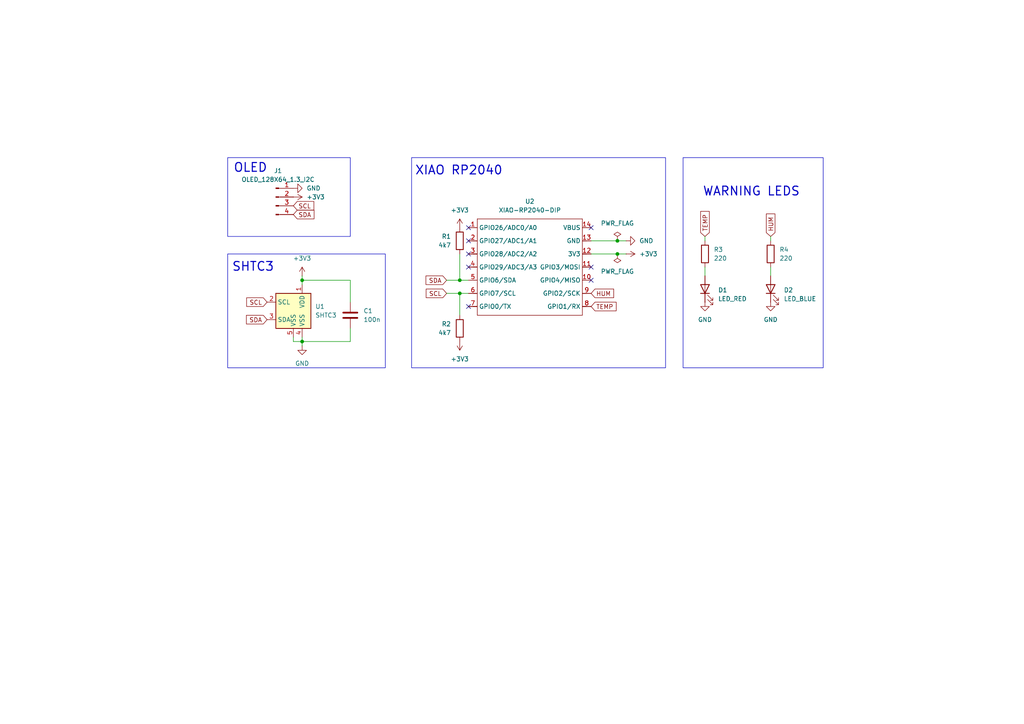
<source format=kicad_sch>
(kicad_sch (version 20231120) (generator "eeschema") (generator_version "8.0")
  (paper "A4")
  (lib_symbols
    (symbol "Connector:Conn_01x04_Pin" (pin_names (offset 1.016) hide)
      (property "Reference" "J" (at 0 5.08 0))
      (property "Value" "Conn_01x04_Pin" (at 0 -7.62 0))
      (symbol "Conn_01x04_Pin_1_1"
        (polyline (pts (xy 1.27 -5.08) (xy 0.8636 -5.08)) (stroke (width 0.1524)))
        (polyline (pts (xy 1.27 -2.54) (xy 0.8636 -2.54)) (stroke (width 0.1524)))
        (polyline (pts (xy 1.27 0) (xy 0.8636 0)) (stroke (width 0.1524)))
        (polyline (pts (xy 1.27 2.54) (xy 0.8636 2.54)) (stroke (width 0.1524)))
        (rectangle (start 0.8636 -4.953) (end 0 -5.207) (stroke (width 0.1524)) (fill (type outline)))
        (rectangle (start 0.8636 -2.413) (end 0 -2.667) (stroke (width 0.1524)) (fill (type outline)))
        (rectangle (start 0.8636 0.127) (end 0 -0.127) (stroke (width 0.1524)) (fill (type outline)))
        (rectangle (start 0.8636 2.667) (end 0 2.413) (stroke (width 0.1524)) (fill (type outline)))
        (pin passive line (at 5.08 2.54 180) (length 3.81) (name "Pin_1") (number "1"))
        (pin passive line (at 5.08 0 180) (length 3.81) (name "Pin_2") (number "2"))
        (pin passive line (at 5.08 -2.54 180) (length 3.81) (name "Pin_3") (number "3"))
        (pin passive line (at 5.08 -5.08 180) (length 3.81) (name "Pin_4") (number "4"))
      )
    )
    (symbol "Device:C" (pin_numbers hide) (pin_names (offset 0.254))
      (property "Reference" "C" (at 0.635 2.54 0))
      (property "Value" "C" (at 0.635 -2.54 0))
      (symbol "C_0_1"
        (polyline (pts (xy -2.032 -0.762) (xy 2.032 -0.762)) (stroke (width 0.508)))
        (polyline (pts (xy -2.032 0.762) (xy 2.032 0.762)) (stroke (width 0.508)))
      )
      (symbol "C_1_1"
        (pin passive line (at 0 3.81 270) (length 2.794) (name "~") (number "1"))
        (pin passive line (at 0 -3.81 90) (length 2.794) (name "~") (number "2"))
      )
    )
    (symbol "Device:LED" (pin_numbers hide) (pin_names (offset 1.016) hide)
      (property "Reference" "D" (at 0 2.54 0))
      (property "Value" "LED" (at 0 -2.54 0))
      (symbol "LED_0_1"
        (polyline (pts (xy -1.27 -1.27) (xy -1.27 1.27)) (stroke (width 0.254)))
        (polyline (pts (xy -1.27 0) (xy 1.27 0)))
        (polyline (pts (xy 1.27 -1.27) (xy 1.27 1.27) (xy -1.27 0) (xy 1.27 -1.27)) (stroke (width 0.254)))
        (polyline (pts (xy -3.048 -0.762) (xy -4.572 -2.286) (xy -3.81 -2.286) (xy -4.572 -2.286) (xy -4.572 -1.524)))
        (polyline (pts (xy -1.778 -0.762) (xy -3.302 -2.286) (xy -2.54 -2.286) (xy -3.302 -2.286) (xy -3.302 -1.524)))
      )
      (symbol "LED_1_1"
        (pin passive line (at -3.81 0 0) (length 2.54) (name "K") (number "1"))
        (pin passive line (at 3.81 0 180) (length 2.54) (name "A") (number "2"))
      )
    )
    (symbol "Device:R" (pin_numbers hide) (pin_names (offset 0))
      (property "Reference" "R" (at 2.032 0 90))
      (property "Value" "R" (at 0 0 90))
      (symbol "R_0_1"
        (rectangle (start -1.016 -2.54) (end 1.016 2.54) (stroke (width 0.254)))
      )
      (symbol "R_1_1"
        (pin passive line (at 0 3.81 270) (length 1.27) (name "~") (number "1"))
        (pin passive line (at 0 -3.81 90) (length 1.27) (name "~") (number "2"))
      )
    )
    (symbol "Sensor_Humidity:SHTC3"
      (property "Reference" "U1" (at 6.35 1.2701 0))
      (property "Value" "SHTC3" (at 6.35 -1.2699 0))
      (symbol "SHTC3_1_1"
        (rectangle (start -5.08 5.08) (end 5.08 -5.08) (stroke (width 0.254)) (fill (type background)))
        (pin power_in line (at 2.54 7.62 270) (length 2.54) (name "VDD") (number "1"))
        (pin input line (at -7.62 2.54 0) (length 2.54) (name "SCL") (number "2"))
        (pin bidirectional line (at -7.62 -2.54 0) (length 2.54) (name "SDA") (number "3"))
        (pin power_in line (at 2.54 -7.62 90) (length 2.54) (name "VSS") (number "4"))
        (pin no_connect line (at 5.08 0 180) (length 2.54) hide (name "NC") (number "5"))
        (pin power_in line (at 0 -7.62 90) (length 2.54) (name "VSS") (number "5"))
      )
    )
    (symbol "XIAO:XIAO-RP2040-DIP"
      (property "Reference" "U" (at 0 0 0))
      (property "Value" "XIAO-RP2040-DIP" (at 5.334 -1.778 0))
      (symbol "XIAO-RP2040-DIP_1_0"
        (polyline (pts (xy -1.27 -30.48) (xy -1.27 -16.51)) (stroke (width 0.1524)))
        (polyline (pts (xy -1.27 -27.94) (xy -2.54 -27.94)) (stroke (width 0.1524)))
        (polyline (pts (xy -1.27 -24.13) (xy -2.54 -24.13)) (stroke (width 0.1524)))
        (polyline (pts (xy -1.27 -20.32) (xy -2.54 -20.32)) (stroke (width 0.1524)))
        (polyline (pts (xy -1.27 -16.51) (xy -2.54 -16.51)) (stroke (width 0.1524)))
        (polyline (pts (xy -1.27 -16.51) (xy -1.27 -12.7)) (stroke (width 0.1524)))
        (polyline (pts (xy -1.27 -12.7) (xy -2.54 -12.7)) (stroke (width 0.1524)))
        (polyline (pts (xy -1.27 -12.7) (xy -1.27 -8.89)) (stroke (width 0.1524)))
        (polyline (pts (xy -1.27 -8.89) (xy -2.54 -8.89)) (stroke (width 0.1524)))
        (polyline (pts (xy -1.27 -8.89) (xy -1.27 -5.08)) (stroke (width 0.1524)))
        (polyline (pts (xy -1.27 -5.08) (xy -2.54 -5.08)) (stroke (width 0.1524)))
        (polyline (pts (xy -1.27 -5.08) (xy -1.27 -2.54)) (stroke (width 0.1524)))
        (polyline (pts (xy -1.27 -2.54) (xy 29.21 -2.54)) (stroke (width 0.1524)))
        (polyline (pts (xy 29.21 -30.48) (xy -1.27 -30.48)) (stroke (width 0.1524)))
        (polyline (pts (xy 29.21 -12.7) (xy 29.21 -30.48)) (stroke (width 0.1524)))
        (polyline (pts (xy 29.21 -8.89) (xy 29.21 -12.7)) (stroke (width 0.1524)))
        (polyline (pts (xy 29.21 -5.08) (xy 29.21 -8.89)) (stroke (width 0.1524)))
        (polyline (pts (xy 29.21 -2.54) (xy 29.21 -5.08)) (stroke (width 0.1524)))
        (polyline (pts (xy 30.48 -27.94) (xy 29.21 -27.94)) (stroke (width 0.1524)))
        (polyline (pts (xy 30.48 -24.13) (xy 29.21 -24.13)) (stroke (width 0.1524)))
        (polyline (pts (xy 30.48 -20.32) (xy 29.21 -20.32)) (stroke (width 0.1524)))
        (polyline (pts (xy 30.48 -16.51) (xy 29.21 -16.51)) (stroke (width 0.1524)))
        (polyline (pts (xy 30.48 -12.7) (xy 29.21 -12.7)) (stroke (width 0.1524)))
        (polyline (pts (xy 30.48 -8.89) (xy 29.21 -8.89)) (stroke (width 0.1524)))
        (polyline (pts (xy 30.48 -5.08) (xy 29.21 -5.08)) (stroke (width 0.1524)))
        (pin passive line (at -3.81 -5.08 0) (length 2.54) (name "GPIO26/ADC0/A0") (number "1"))
        (pin passive line (at 31.75 -20.32 180) (length 2.54) (name "GPIO4/MISO") (number "10"))
        (pin passive line (at 31.75 -16.51 180) (length 2.54) (name "GPIO3/MOSI") (number "11"))
        (pin passive line (at 31.75 -12.7 180) (length 2.54) (name "3V3") (number "12"))
        (pin passive line (at 31.75 -8.89 180) (length 2.54) (name "GND") (number "13"))
        (pin passive line (at 31.75 -5.08 180) (length 2.54) (name "VBUS") (number "14"))
        (pin passive line (at -3.81 -8.89 0) (length 2.54) (name "GPIO27/ADC1/A1") (number "2"))
        (pin passive line (at -3.81 -12.7 0) (length 2.54) (name "GPIO28/ADC2/A2") (number "3"))
        (pin passive line (at -3.81 -16.51 0) (length 2.54) (name "GPIO29/ADC3/A3") (number "4"))
        (pin passive line (at -3.81 -20.32 0) (length 2.54) (name "GPIO6/SDA") (number "5"))
        (pin passive line (at -3.81 -24.13 0) (length 2.54) (name "GPIO7/SCL") (number "6"))
        (pin passive line (at -3.81 -27.94 0) (length 2.54) (name "GPIO0/TX") (number "7"))
        (pin passive line (at 31.75 -27.94 180) (length 2.54) (name "GPIO1/RX") (number "8"))
        (pin passive line (at 31.75 -24.13 180) (length 2.54) (name "GPIO2/SCK") (number "9"))
      )
    )
    (symbol "power:+3V3" (power) (pin_numbers hide) (pin_names (offset 0) hide)
      (property "Value" "+3V3" (at 0 3.556 0))
      (symbol "+3V3_0_1"
        (polyline (pts (xy -0.762 1.27) (xy 0 2.54)))
        (polyline (pts (xy 0 0) (xy 0 2.54)))
        (polyline (pts (xy 0 2.54) (xy 0.762 1.27)))
      )
      (symbol "+3V3_1_1"
        (pin power_in line (at 0 0 90) (length 0) (name "~") (number "1"))
      )
    )
    (symbol "power:GND" (power) (pin_numbers hide) (pin_names (offset 0) hide)
      (property "Value" "GND" (at 0 -3.81 0))
      (symbol "GND_0_1"
        (polyline (pts (xy 0 0) (xy 0 -1.27) (xy 1.27 -1.27) (xy 0 -2.54) (xy -1.27 -1.27) (xy 0 -1.27)))
      )
      (symbol "GND_1_1"
        (pin power_in line (at 0 0 270) (length 0) (name "~") (number "1"))
      )
    )
    (symbol "power:PWR_FLAG" (power) (pin_numbers hide) (pin_names (offset 0) hide)
      (property "Value" "PWR_FLAG" (at 0 3.81 0))
      (symbol "PWR_FLAG_0_0"
        (pin power_out line (at 0 0 90) (length 0) (name "~") (number "1"))
      )
      (symbol "PWR_FLAG_0_1"
        (polyline (pts (xy 0 0) (xy 0 1.27) (xy -1.016 1.905) (xy 0 2.54) (xy 1.016 1.905) (xy 0 1.27)))
      )
    )
  )
  (junction (at 179.07 69.85))
  (junction (at 133.35 85.09))
  (junction (at 87.63 99.06))
  (junction (at 87.63 81.28))
  (junction (at 179.07 73.66))
  (junction (at 133.35 81.28))
  (no_connect (at 135.89 73.66))
  (no_connect (at 171.45 77.47))
  (no_connect (at 135.89 88.9))
  (no_connect (at 171.45 81.28))
  (no_connect (at 171.45 66.04))
  (no_connect (at 135.89 69.85))
  (no_connect (at 135.89 77.47))
  (no_connect (at 135.89 66.04))
  (wire (pts (xy 204.47 77.47) (xy 204.47 80.01)))
  (wire (pts (xy 87.63 99.06) (xy 87.63 100.33)))
  (wire (pts (xy 87.63 80.01) (xy 87.63 81.28)))
  (wire (pts (xy 204.47 68.58) (xy 204.47 69.85)))
  (wire (pts (xy 85.09 99.06) (xy 87.63 99.06)))
  (wire (pts (xy 223.52 68.58) (xy 223.52 69.85)))
  (wire (pts (xy 87.63 97.79) (xy 87.63 99.06)))
  (wire (pts (xy 85.09 97.79) (xy 85.09 99.06)))
  (wire (pts (xy 133.35 81.28) (xy 135.89 81.28)))
  (wire (pts (xy 101.6 95.25) (xy 101.6 99.06)))
  (wire (pts (xy 87.63 81.28) (xy 101.6 81.28)))
  (wire (pts (xy 129.54 85.09) (xy 133.35 85.09)))
  (wire (pts (xy 133.35 91.44) (xy 133.35 85.09)))
  (wire (pts (xy 101.6 99.06) (xy 87.63 99.06)))
  (wire (pts (xy 133.35 85.09) (xy 135.89 85.09)))
  (wire (pts (xy 179.07 73.66) (xy 181.61 73.66)))
  (wire (pts (xy 171.45 73.66) (xy 179.07 73.66)))
  (wire (pts (xy 133.35 73.66) (xy 133.35 81.28)))
  (wire (pts (xy 223.52 77.47) (xy 223.52 80.01)))
  (wire (pts (xy 179.07 69.85) (xy 181.61 69.85)))
  (wire (pts (xy 171.45 69.85) (xy 179.07 69.85)))
  (wire (pts (xy 129.54 81.28) (xy 133.35 81.28)))
  (wire (pts (xy 87.63 81.28) (xy 87.63 82.55)))
  (wire (pts (xy 101.6 81.28) (xy 101.6 87.63)))
  (rectangle (start 66.04 73.66) (end 111.76 106.68))
  (rectangle (start 66.04 45.72) (end 101.6 68.58))
  (rectangle (start 119.38 45.72) (end 193.04 106.68))
  (rectangle (start 198.12 45.72) (end 238.76 106.68))
  (text "OLED" (at 72.644 48.768 0) (effects (font (size 2.54 2.54) (thickness 0.3175))))
  (text "WARNING LEDS" (at 217.932 55.626 0) (effects (font (size 2.54 2.54) (thickness 0.3175))))
  (text "SHTC3" (at 73.406 77.47 0) (effects (font (size 2.54 2.54) (thickness 0.3175))))
  (text "XIAO RP2040" (at 133.096 49.53 0) (effects (font (size 2.54 2.54) (thickness 0.3175))))
  (global_label "SCL" (shape input) (at 85.09 59.69 0) (property "Intersheetrefs" "${INTERSHEET_REFS}" (effects (hide yes))))
  (global_label "HUM" (shape input) (at 223.52 68.58 90) (property "Intersheetrefs" "${INTERSHEET_REFS}" (effects (hide yes))))
  (global_label "TEMP" (shape input) (at 171.45 88.9 0) (property "Intersheetrefs" "${INTERSHEET_REFS}" (effects (hide yes))))
  (global_label "TEMP" (shape input) (at 204.47 68.58 90) (property "Intersheetrefs" "${INTERSHEET_REFS}" (effects (hide yes))))
  (global_label "SDA" (shape input) (at 85.09 62.23 0) (property "Intersheetrefs" "${INTERSHEET_REFS}" (effects (hide yes))))
  (global_label "HUM" (shape input) (at 171.45 85.09 0) (property "Intersheetrefs" "${INTERSHEET_REFS}" (effects (hide yes))))
  (global_label "SDA" (shape input) (at 77.47 92.71 180) (property "Intersheetrefs" "${INTERSHEET_REFS}" (effects (hide yes))))
  (global_label "SDA" (shape input) (at 129.54 81.28 180) (property "Intersheetrefs" "${INTERSHEET_REFS}" (effects (hide yes))))
  (global_label "SCL" (shape input) (at 77.47 87.63 180) (property "Intersheetrefs" "${INTERSHEET_REFS}" (effects (hide yes))))
  (global_label "SCL" (shape input) (at 129.54 85.09 180) (property "Intersheetrefs" "${INTERSHEET_REFS}" (effects (hide yes))))
  (symbol (lib_id "power:PWR_FLAG") (at 179.07 69.85 0) (unit 1)
    (property "Reference" "#FLG01" (effects (hide yes)))
    (property "Value" "PWR_FLAG" (at 179.07 64.77 0))
    (property "Description" "Special symbol for telling ERC where power comes from" (effects (hide yes)))
  )
  (symbol (lib_id "power:GND") (at 181.61 69.85 90) (unit 1)
    (property "Reference" "#PWR07" (effects (hide yes)))
    (property "Value" "GND" (at 185.42 69.8499 90) (effects (justify right)))
    (property "Description" "Power symbol creates a global label with name \"GND\" , ground" (effects (hide yes)))
  )
  (symbol (lib_id "power:+3V3") (at 87.63 80.01 0) (unit 1)
    (property "Reference" "#PWR03" (effects (hide yes)))
    (property "Value" "+3V3" (at 87.63 74.93 0))
    (property "Description" "Power symbol creates a global label with name \"+3V3\"" (effects (hide yes)))
  )
  (symbol (lib_id "Device:R") (at 223.52 73.66 0) (unit 1)
    (property "Reference" "R4" (at 226.06 72.3899 0) (effects (justify left)))
    (property "Value" "220" (at 226.06 74.9299 0) (effects (justify left)))
    (property "Footprint" "Resistor_SMD:R_0805_2012Metric" (effects (hide yes)))
    (property "Description" "Resistor" (effects (hide yes)))
  )
  (symbol (lib_id "power:+3V3") (at 181.61 73.66 270) (unit 1)
    (property "Reference" "#PWR08" (effects (hide yes)))
    (property "Value" "+3V3" (at 185.42 73.6599 90) (effects (justify left)))
    (property "Description" "Power symbol creates a global label with name \"+3V3\"" (effects (hide yes)))
  )
  (symbol (lib_id "power:GND") (at 87.63 100.33 0) (unit 1)
    (property "Reference" "#PWR04" (effects (hide yes)))
    (property "Value" "GND" (at 87.63 105.41 0))
    (property "Description" "Power symbol creates a global label with name \"GND\" , ground" (effects (hide yes)))
  )
  (symbol (lib_id "Sensor_Humidity:SHTC3") (at 85.09 90.17 0) (unit 1)
    (property "Reference" "U1" (at 91.44 88.8999 0) (effects (justify left)))
    (property "Value" "SHTC3" (at 91.44 91.4399 0) (effects (justify left)))
    (property "Footprint" "general:Sensirion_DFN-4-1EP_2x2mm_P1mm_EP0.7x1.6mm" (effects (hide yes)))
    (property "Datasheet" "https://www.sensirion.com/fileadmin/user_upload/customers/sensirion/Dokumente/0_Datasheets/Humidity/Sensirion_Humidity_Sensors_SHTC3_Datasheet.pdf" (effects (hide yes)))
    (property "Description" "Humidity and Temperature Sensor, ±2%RH, ±0.2°C, I2C, 1.62-3.6V, DFN-4" (effects (hide yes)))
  )
  (symbol (lib_id "Device:C") (at 101.6 91.44 0) (unit 1)
    (property "Reference" "C1" (at 105.41 90.1699 0) (effects (justify left)))
    (property "Value" "100n" (at 105.41 92.7099 0) (effects (justify left)))
    (property "Footprint" "Capacitor_SMD:C_0805_2012Metric" (effects (hide yes)))
    (property "Description" "Unpolarized capacitor" (effects (hide yes)))
  )
  (symbol (lib_id "XIAO:XIAO-RP2040-DIP") (at 139.7 60.96 0) (unit 1)
    (property "Reference" "U2" (at 153.67 58.42 0))
    (property "Value" "XIAO-RP2040-DIP" (at 153.67 60.96 0))
    (property "Footprint" "general:XIAO-RP2040-DIP" (effects (hide yes)))
  )
  (symbol (lib_id "Connector:Conn_01x04_Pin") (at 80.01 57.15 0) (unit 1)
    (property "Reference" "J1" (at 80.645 49.53 0))
    (property "Value" "OLED_128X64_1.3_I2C" (at 80.645 52.07 0))
    (property "Footprint" "general:128x64OLED" (effects (hide yes)))
    (property "Description" "Generic connector, single row, 01x04, script generated" (effects (hide yes)))
  )
  (symbol (lib_id "Device:LED") (at 223.52 83.82 90) (unit 1)
    (property "Reference" "D2" (at 227.33 84.1374 90) (effects (justify right)))
    (property "Value" "LED_BLUE" (at 227.33 86.6774 90) (effects (justify right)))
    (property "Footprint" "LED_SMD:LED_1206_3216Metric" (effects (hide yes)))
    (property "Description" "Light emitting diode" (effects (hide yes)))
  )
  (symbol (lib_id "Device:R") (at 204.47 73.66 0) (unit 1)
    (property "Reference" "R3" (at 207.01 72.3899 0) (effects (justify left)))
    (property "Value" "220" (at 207.01 74.9299 0) (effects (justify left)))
    (property "Footprint" "Resistor_SMD:R_0805_2012Metric" (effects (hide yes)))
    (property "Description" "Resistor" (effects (hide yes)))
  )
  (symbol (lib_id "power:PWR_FLAG") (at 179.07 73.66 180) (unit 1)
    (property "Reference" "#FLG02" (effects (hide yes)))
    (property "Value" "PWR_FLAG" (at 179.07 78.74 0))
    (property "Description" "Special symbol for telling ERC where power comes from" (effects (hide yes)))
  )
  (symbol (lib_id "power:+3V3") (at 133.35 99.06 180) (unit 1)
    (property "Reference" "#PWR06" (effects (hide yes)))
    (property "Value" "+3V3" (at 133.35 104.14 0))
    (property "Description" "Power symbol creates a global label with name \"+3V3\"" (effects (hide yes)))
  )
  (symbol (lib_id "power:GND") (at 85.09 54.61 90) (unit 1)
    (property "Reference" "#PWR01" (effects (hide yes)))
    (property "Value" "GND" (at 88.9 54.6099 90) (effects (justify right)))
    (property "Description" "Power symbol creates a global label with name \"GND\" , ground" (effects (hide yes)))
  )
  (symbol (lib_id "Device:R") (at 133.35 69.85 0) (mirror y) (unit 1)
    (property "Reference" "R1" (at 130.81 68.5799 0) (effects (justify left)))
    (property "Value" "4k7" (at 130.81 71.1199 0) (effects (justify left)))
    (property "Footprint" "Resistor_SMD:R_0805_2012Metric" (effects (hide yes)))
    (property "Description" "Resistor" (effects (hide yes)))
  )
  (symbol (lib_id "power:+3V3") (at 133.35 66.04 0) (unit 1)
    (property "Reference" "#PWR05" (effects (hide yes)))
    (property "Value" "+3V3" (at 133.35 60.96 0))
    (property "Description" "Power symbol creates a global label with name \"+3V3\"" (effects (hide yes)))
  )
  (symbol (lib_id "Device:LED") (at 204.47 83.82 90) (unit 1)
    (property "Reference" "D1" (at 208.28 84.1374 90) (effects (justify right)))
    (property "Value" "LED_RED" (at 208.28 86.6774 90) (effects (justify right)))
    (property "Footprint" "LED_SMD:LED_1206_3216Metric" (effects (hide yes)))
    (property "Description" "Light emitting diode" (effects (hide yes)))
  )
  (symbol (lib_id "power:GND") (at 223.52 87.63 0) (unit 1)
    (property "Reference" "#PWR010" (effects (hide yes)))
    (property "Value" "GND" (at 223.52 92.71 0))
    (property "Description" "Power symbol creates a global label with name \"GND\" , ground" (effects (hide yes)))
  )
  (symbol (lib_id "Device:R") (at 133.35 95.25 0) (mirror y) (unit 1)
    (property "Reference" "R2" (at 130.81 93.9799 0) (effects (justify left)))
    (property "Value" "4k7" (at 130.81 96.5199 0) (effects (justify left)))
    (property "Footprint" "Resistor_SMD:R_0805_2012Metric" (effects (hide yes)))
    (property "Description" "Resistor" (effects (hide yes)))
  )
  (symbol (lib_id "power:+3V3") (at 85.09 57.15 270) (unit 1)
    (property "Reference" "#PWR02" (effects (hide yes)))
    (property "Value" "+3V3" (at 88.9 57.1499 90) (effects (justify left)))
    (property "Description" "Power symbol creates a global label with name \"+3V3\"" (effects (hide yes)))
  )
  (symbol (lib_id "power:GND") (at 204.47 87.63 0) (unit 1)
    (property "Reference" "#PWR09" (effects (hide yes)))
    (property "Value" "GND" (at 204.47 92.71 0))
    (property "Description" "Power symbol creates a global label with name \"GND\" , ground" (effects (hide yes)))
  )
)
</source>
